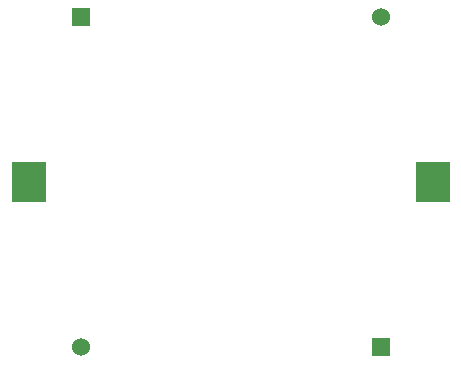
<source format=gbr>
%TF.GenerationSoftware,KiCad,Pcbnew,(6.0.2)*%
%TF.CreationDate,2022-05-23T22:39:05-07:00*%
%TF.ProjectId,Compaq_Portable_III_Battery,436f6d70-6171-45f5-906f-727461626c65,rev?*%
%TF.SameCoordinates,Original*%
%TF.FileFunction,Soldermask,Top*%
%TF.FilePolarity,Negative*%
%FSLAX46Y46*%
G04 Gerber Fmt 4.6, Leading zero omitted, Abs format (unit mm)*
G04 Created by KiCad (PCBNEW (6.0.2)) date 2022-05-23 22:39:05*
%MOMM*%
%LPD*%
G01*
G04 APERTURE LIST*
%ADD10C,1.524000*%
%ADD11R,1.524000X1.524000*%
%ADD12R,3.000000X3.500000*%
G04 APERTURE END LIST*
D10*
%TO.C,J2*%
X133350000Y-77470000D03*
%TD*%
D11*
%TO.C,J1*%
X107950000Y-77470000D03*
%TD*%
%TO.C,J4*%
X133350000Y-105410000D03*
%TD*%
D10*
%TO.C,J3*%
X107950000Y-105410000D03*
%TD*%
D12*
%TO.C,BT1*%
X103550000Y-91440000D03*
X137750000Y-91440000D03*
%TD*%
M02*

</source>
